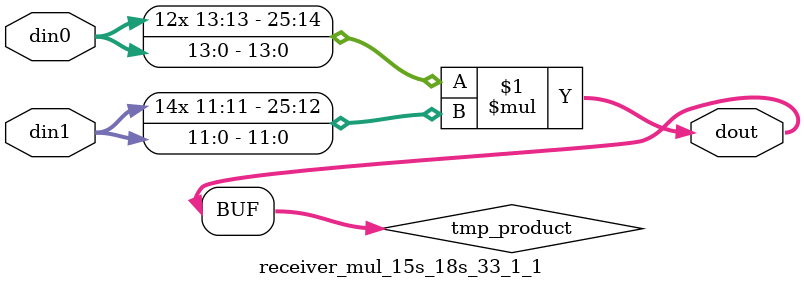
<source format=v>

`timescale 1 ns / 1 ps

  module receiver_mul_15s_18s_33_1_1(din0, din1, dout);
parameter ID = 1;
parameter NUM_STAGE = 0;
parameter din0_WIDTH = 14;
parameter din1_WIDTH = 12;
parameter dout_WIDTH = 26;

input [din0_WIDTH - 1 : 0] din0; 
input [din1_WIDTH - 1 : 0] din1; 
output [dout_WIDTH - 1 : 0] dout;

wire signed [dout_WIDTH - 1 : 0] tmp_product;













assign tmp_product = $signed(din0) * $signed(din1);








assign dout = tmp_product;







endmodule

</source>
